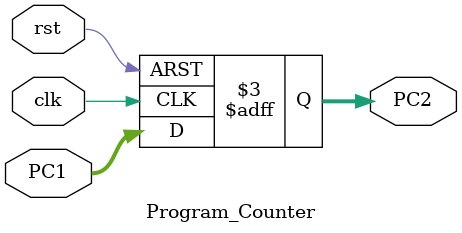
<source format=v>
module Program_Counter(PC1,PC2,clk,rst);
input [31:0] PC1;
input clk,rst;
output reg [31:0] PC2;
always @(posedge clk or negedge rst) begin
if (!rst) PC2<=32'b0;
else PC2<=PC1; 
end  
endmodule
</source>
